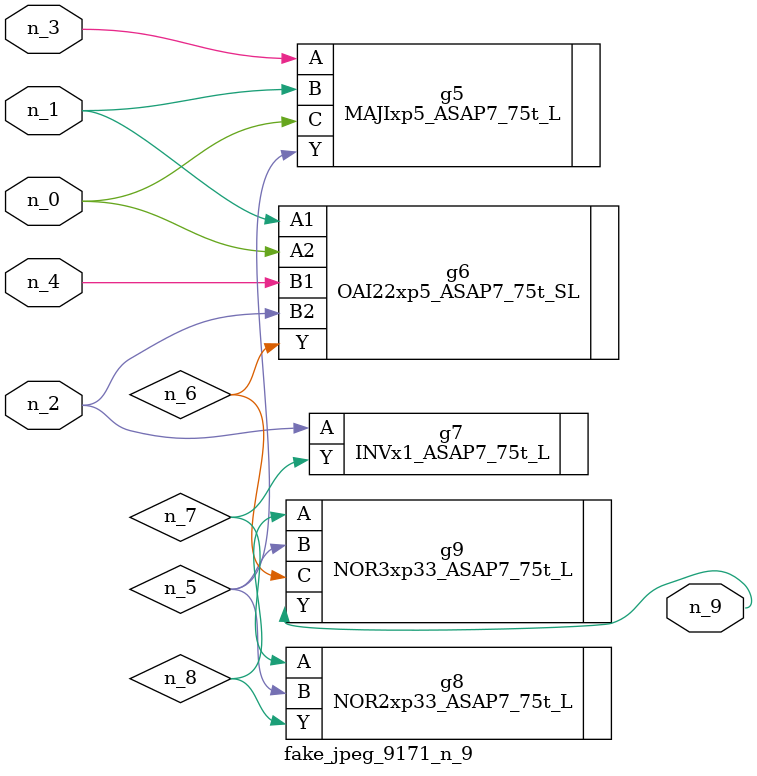
<source format=v>
module fake_jpeg_9171_n_9 (n_3, n_2, n_1, n_0, n_4, n_9);

input n_3;
input n_2;
input n_1;
input n_0;
input n_4;

output n_9;

wire n_8;
wire n_6;
wire n_5;
wire n_7;

MAJIxp5_ASAP7_75t_L g5 ( 
.A(n_3),
.B(n_1),
.C(n_0),
.Y(n_5)
);

OAI22xp5_ASAP7_75t_SL g6 ( 
.A1(n_1),
.A2(n_0),
.B1(n_4),
.B2(n_2),
.Y(n_6)
);

INVx1_ASAP7_75t_L g7 ( 
.A(n_2),
.Y(n_7)
);

NOR2xp33_ASAP7_75t_L g8 ( 
.A(n_7),
.B(n_5),
.Y(n_8)
);

NOR3xp33_ASAP7_75t_L g9 ( 
.A(n_8),
.B(n_5),
.C(n_6),
.Y(n_9)
);


endmodule
</source>
